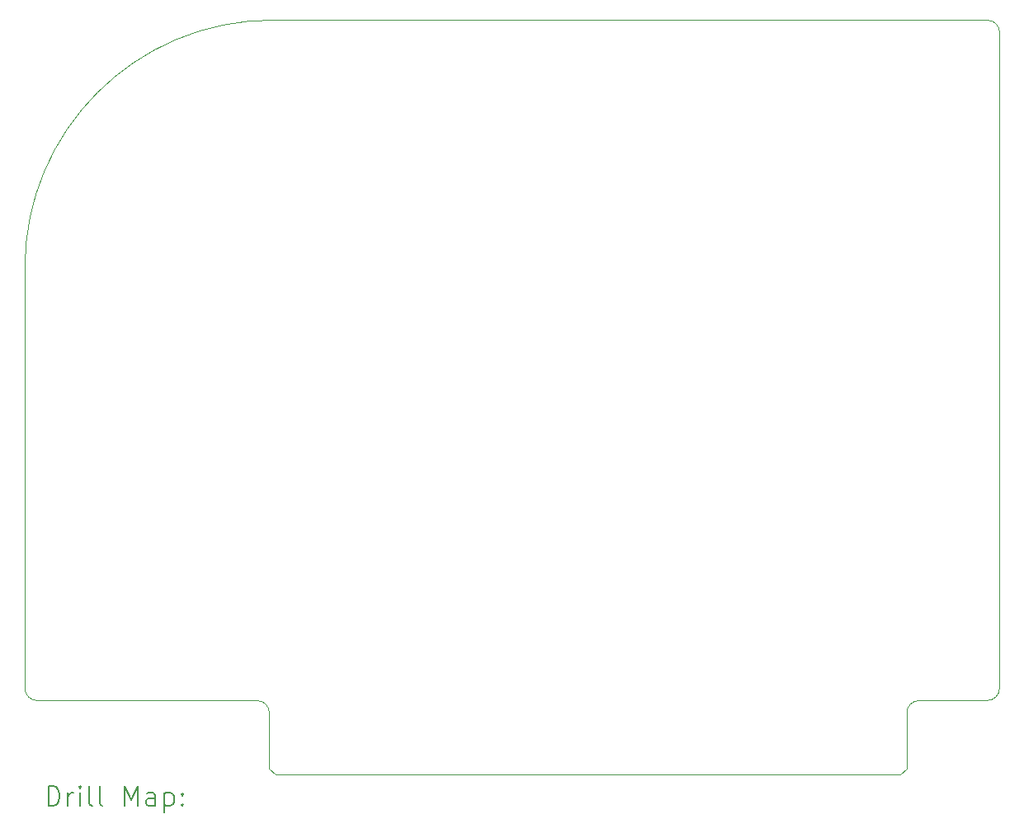
<source format=gbr>
%TF.GenerationSoftware,KiCad,Pcbnew,7.0.2-0*%
%TF.CreationDate,2023-09-02T14:44:19-07:00*%
%TF.ProjectId,LanguageCard,4c616e67-7561-4676-9543-6172642e6b69,2*%
%TF.SameCoordinates,Original*%
%TF.FileFunction,Drillmap*%
%TF.FilePolarity,Positive*%
%FSLAX45Y45*%
G04 Gerber Fmt 4.5, Leading zero omitted, Abs format (unit mm)*
G04 Created by KiCad (PCBNEW 7.0.2-0) date 2023-09-02 14:44:19*
%MOMM*%
%LPD*%
G01*
G04 APERTURE LIST*
%ADD10C,0.100000*%
%ADD11C,0.200000*%
G04 APERTURE END LIST*
D10*
X7810500Y-9398000D02*
G75*
G03*
X7937500Y-9525000I127000J0D01*
G01*
X17684750Y-2540000D02*
X10350500Y-2540000D01*
X10318750Y-10223500D02*
X10382250Y-10287000D01*
X16986250Y-9525000D02*
X17684750Y-9525000D01*
X7810500Y-9398000D02*
X7810500Y-5080000D01*
X10318750Y-9652000D02*
G75*
G03*
X10191750Y-9525000I-127000J0D01*
G01*
X17811750Y-9398000D02*
X17811750Y-2667000D01*
X10318750Y-9652000D02*
X10318750Y-10223500D01*
X7937500Y-9525000D02*
X10191750Y-9525000D01*
X17684750Y-9525000D02*
G75*
G03*
X17811750Y-9398000I0J127000D01*
G01*
X17811750Y-2667000D02*
G75*
G03*
X17684750Y-2540000I-127000J0D01*
G01*
X16795750Y-10287000D02*
X10382250Y-10287000D01*
X16859250Y-9652000D02*
X16859250Y-10223500D01*
X16986250Y-9525000D02*
G75*
G03*
X16859250Y-9652000I0J-127000D01*
G01*
X16859250Y-10223500D02*
X16795750Y-10287000D01*
X10350500Y-2540000D02*
G75*
G03*
X7810500Y-5080000I0J-2540000D01*
G01*
D11*
X8053119Y-10604524D02*
X8053119Y-10404524D01*
X8053119Y-10404524D02*
X8100738Y-10404524D01*
X8100738Y-10404524D02*
X8129309Y-10414048D01*
X8129309Y-10414048D02*
X8148357Y-10433095D01*
X8148357Y-10433095D02*
X8157881Y-10452143D01*
X8157881Y-10452143D02*
X8167405Y-10490238D01*
X8167405Y-10490238D02*
X8167405Y-10518810D01*
X8167405Y-10518810D02*
X8157881Y-10556905D01*
X8157881Y-10556905D02*
X8148357Y-10575952D01*
X8148357Y-10575952D02*
X8129309Y-10595000D01*
X8129309Y-10595000D02*
X8100738Y-10604524D01*
X8100738Y-10604524D02*
X8053119Y-10604524D01*
X8253119Y-10604524D02*
X8253119Y-10471190D01*
X8253119Y-10509286D02*
X8262643Y-10490238D01*
X8262643Y-10490238D02*
X8272167Y-10480714D01*
X8272167Y-10480714D02*
X8291214Y-10471190D01*
X8291214Y-10471190D02*
X8310262Y-10471190D01*
X8376928Y-10604524D02*
X8376928Y-10471190D01*
X8376928Y-10404524D02*
X8367405Y-10414048D01*
X8367405Y-10414048D02*
X8376928Y-10423571D01*
X8376928Y-10423571D02*
X8386452Y-10414048D01*
X8386452Y-10414048D02*
X8376928Y-10404524D01*
X8376928Y-10404524D02*
X8376928Y-10423571D01*
X8500738Y-10604524D02*
X8481690Y-10595000D01*
X8481690Y-10595000D02*
X8472167Y-10575952D01*
X8472167Y-10575952D02*
X8472167Y-10404524D01*
X8605500Y-10604524D02*
X8586452Y-10595000D01*
X8586452Y-10595000D02*
X8576929Y-10575952D01*
X8576929Y-10575952D02*
X8576929Y-10404524D01*
X8834071Y-10604524D02*
X8834071Y-10404524D01*
X8834071Y-10404524D02*
X8900738Y-10547381D01*
X8900738Y-10547381D02*
X8967405Y-10404524D01*
X8967405Y-10404524D02*
X8967405Y-10604524D01*
X9148357Y-10604524D02*
X9148357Y-10499762D01*
X9148357Y-10499762D02*
X9138833Y-10480714D01*
X9138833Y-10480714D02*
X9119786Y-10471190D01*
X9119786Y-10471190D02*
X9081690Y-10471190D01*
X9081690Y-10471190D02*
X9062643Y-10480714D01*
X9148357Y-10595000D02*
X9129310Y-10604524D01*
X9129310Y-10604524D02*
X9081690Y-10604524D01*
X9081690Y-10604524D02*
X9062643Y-10595000D01*
X9062643Y-10595000D02*
X9053119Y-10575952D01*
X9053119Y-10575952D02*
X9053119Y-10556905D01*
X9053119Y-10556905D02*
X9062643Y-10537857D01*
X9062643Y-10537857D02*
X9081690Y-10528333D01*
X9081690Y-10528333D02*
X9129310Y-10528333D01*
X9129310Y-10528333D02*
X9148357Y-10518810D01*
X9243595Y-10471190D02*
X9243595Y-10671190D01*
X9243595Y-10480714D02*
X9262643Y-10471190D01*
X9262643Y-10471190D02*
X9300738Y-10471190D01*
X9300738Y-10471190D02*
X9319786Y-10480714D01*
X9319786Y-10480714D02*
X9329310Y-10490238D01*
X9329310Y-10490238D02*
X9338833Y-10509286D01*
X9338833Y-10509286D02*
X9338833Y-10566429D01*
X9338833Y-10566429D02*
X9329310Y-10585476D01*
X9329310Y-10585476D02*
X9319786Y-10595000D01*
X9319786Y-10595000D02*
X9300738Y-10604524D01*
X9300738Y-10604524D02*
X9262643Y-10604524D01*
X9262643Y-10604524D02*
X9243595Y-10595000D01*
X9424548Y-10585476D02*
X9434071Y-10595000D01*
X9434071Y-10595000D02*
X9424548Y-10604524D01*
X9424548Y-10604524D02*
X9415024Y-10595000D01*
X9415024Y-10595000D02*
X9424548Y-10585476D01*
X9424548Y-10585476D02*
X9424548Y-10604524D01*
X9424548Y-10480714D02*
X9434071Y-10490238D01*
X9434071Y-10490238D02*
X9424548Y-10499762D01*
X9424548Y-10499762D02*
X9415024Y-10490238D01*
X9415024Y-10490238D02*
X9424548Y-10480714D01*
X9424548Y-10480714D02*
X9424548Y-10499762D01*
M02*

</source>
